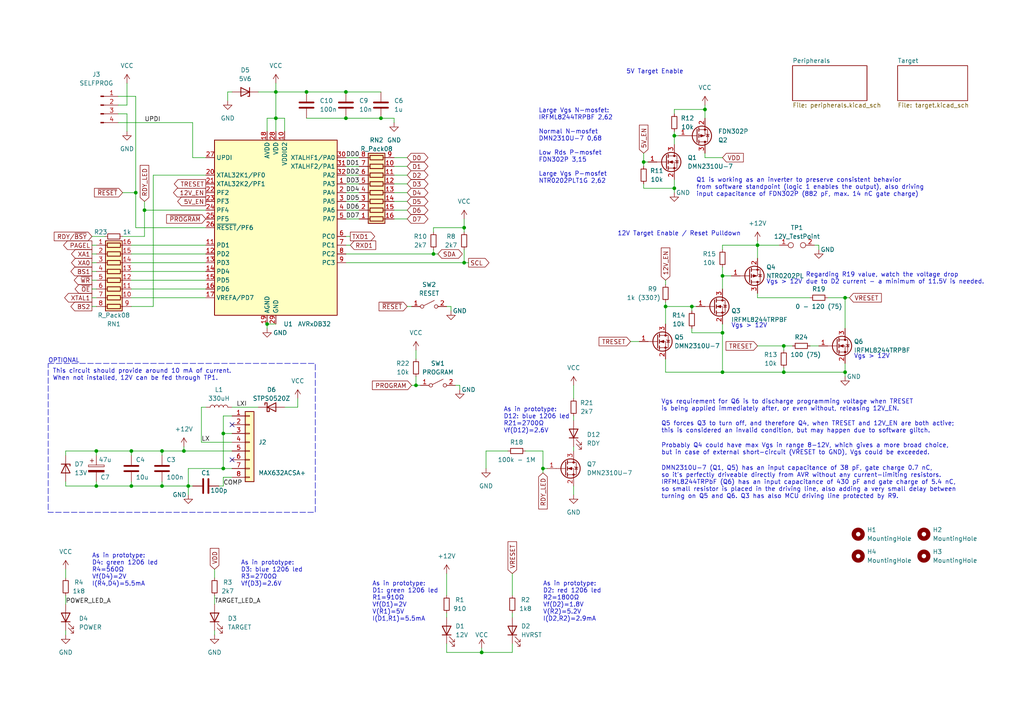
<source format=kicad_sch>
(kicad_sch (version 20230121) (generator eeschema)
  (paper "A4")
  (lib_symbols
    (symbol "Connector:Conn_01x04_Pin" (pin_names (offset 1.016) hide)
      (property "Reference" "J" (at 0 5.08 0))
      (property "Value" "Conn_01x04_Pin" (at 0 -7.62 0))
      (symbol "Conn_01x04_Pin_1_1"
        (pin passive line (at 5.08 2.54 180) (length 3.81) (name "Pin_1") (number "1"))
        (pin passive line (at 5.08 0 180) (length 3.81) (name "Pin_2") (number "2"))
        (pin passive line (at 5.08 -2.54 180) (length 3.81) (name "Pin_3") (number "3"))
        (pin passive line (at 5.08 -5.08 180) (length 3.81) (name "Pin_4") (number "4"))
      )
    )
    (symbol "Connector:TestPoint_2Pole" (pin_names (offset 0.762) hide)
      (property "Reference" "TP" (at 0 1.524 0))
      (property "Value" "TestPoint_2Pole" (at 0 -1.778 0))
      (symbol "TestPoint_2Pole_0_1"
        (pin passive line (at -5.08 0 0) (length 2.54) (name "1") (number "1"))
        (pin passive line (at 5.08 0 180) (length 2.54) (name "2") (number "2"))
      )
    )
    (symbol "Connector_Generic:Conn_01x08" (pin_names (offset 1.016) hide)
      (property "Reference" "J" (at 0 10.16 0))
      (property "Value" "Conn_01x08" (at 0 -12.7 0))
      (symbol "Conn_01x08_1_1"
        (pin passive line (at -5.08 7.62 0) (length 3.81) (name "Pin_1") (number "1"))
        (pin passive line (at -5.08 5.08 0) (length 3.81) (name "Pin_2") (number "2"))
        (pin passive line (at -5.08 2.54 0) (length 3.81) (name "Pin_3") (number "3"))
        (pin passive line (at -5.08 0 0) (length 3.81) (name "Pin_4") (number "4"))
        (pin passive line (at -5.08 -2.54 0) (length 3.81) (name "Pin_5") (number "5"))
        (pin passive line (at -5.08 -5.08 0) (length 3.81) (name "Pin_6") (number "6"))
        (pin passive line (at -5.08 -7.62 0) (length 3.81) (name "Pin_7") (number "7"))
        (pin passive line (at -5.08 -10.16 0) (length 3.81) (name "Pin_8") (number "8"))
      )
    )
    (symbol "Device:C" (pin_numbers hide) (pin_names (offset 0.254))
      (property "Reference" "C" (at 0.635 2.54 0))
      (property "Value" "C" (at 0.635 -2.54 0))
      (symbol "C_1_1"
        (pin passive line (at 0 3.81 270) (length 2.794) (name "~") (number "1"))
        (pin passive line (at 0 -3.81 90) (length 2.794) (name "~") (number "2"))
      )
    )
    (symbol "Device:C_Polarized" (pin_numbers hide) (pin_names (offset 0.254))
      (property "Reference" "C" (at 0.635 2.54 0))
      (property "Value" "C_Polarized" (at 0.635 -2.54 0))
      (symbol "C_Polarized_1_1"
        (pin passive line (at 0 3.81 270) (length 2.794) (name "~") (number "1"))
        (pin passive line (at 0 -3.81 90) (length 2.794) (name "~") (number "2"))
      )
    )
    (symbol "Device:D_Schottky" (pin_numbers hide) (pin_names (offset 1.016) hide)
      (property "Reference" "D" (at 0 2.54 0))
      (property "Value" "D_Schottky" (at 0 -2.54 0))
      (symbol "D_Schottky_1_1"
        (pin passive line (at -3.81 0 0) (length 2.54) (name "K") (number "1"))
        (pin passive line (at 3.81 0 180) (length 2.54) (name "A") (number "2"))
      )
    )
    (symbol "Device:D_Zener" (pin_numbers hide) (pin_names (offset 1.016) hide)
      (property "Reference" "D" (at 0 2.54 0))
      (property "Value" "D_Zener" (at 0 -2.54 0))
      (symbol "D_Zener_1_1"
        (pin passive line (at -3.81 0 0) (length 2.54) (name "K") (number "1"))
        (pin passive line (at 3.81 0 180) (length 2.54) (name "A") (number "2"))
      )
    )
    (symbol "Device:L" (pin_numbers hide) (pin_names (offset 1.016) hide)
      (property "Reference" "L" (at -1.27 0 90))
      (property "Value" "L" (at 1.905 0 90))
      (symbol "L_1_1"
        (pin passive line (at 0 3.81 270) (length 1.27) (name "1") (number "1"))
        (pin passive line (at 0 -3.81 90) (length 1.27) (name "2") (number "2"))
      )
    )
    (symbol "Device:LED" (pin_numbers hide) (pin_names (offset 1.016) hide)
      (property "Reference" "D" (at 0 2.54 0))
      (property "Value" "LED" (at 0 -2.54 0))
      (symbol "LED_1_1"
        (pin passive line (at -3.81 0 0) (length 2.54) (name "K") (number "1"))
        (pin passive line (at 3.81 0 180) (length 2.54) (name "A") (number "2"))
      )
    )
    (symbol "Device:Q_PMOS_GSD" (pin_names (offset 0) hide)
      (property "Reference" "Q" (at 5.08 1.27 0))
      (property "Value" "Q_PMOS_GSD" (at 5.08 -1.27 0))
      (symbol "Q_PMOS_GSD_1_1"
        (pin input line (at -5.08 0 0) (length 2.54) (name "G") (number "1"))
        (pin passive line (at 2.54 -5.08 90) (length 2.54) (name "S") (number "2"))
        (pin passive line (at 2.54 5.08 270) (length 2.54) (name "D") (number "3"))
      )
    )
    (symbol "Device:R_Pack08" (pin_names (offset 0) hide)
      (property "Reference" "RN" (at -12.7 0 90))
      (property "Value" "R_Pack08" (at 10.16 0 90))
      (symbol "R_Pack08_1_1"
        (pin passive line (at -10.16 -5.08 90) (length 2.54) (name "R1.1") (number "1"))
        (pin passive line (at 5.08 5.08 270) (length 2.54) (name "R7.2") (number "10"))
        (pin passive line (at 2.54 5.08 270) (length 2.54) (name "R6.2") (number "11"))
        (pin passive line (at 0 5.08 270) (length 2.54) (name "R5.2") (number "12"))
        (pin passive line (at -2.54 5.08 270) (length 2.54) (name "R4.2") (number "13"))
        (pin passive line (at -5.08 5.08 270) (length 2.54) (name "R3.2") (number "14"))
        (pin passive line (at -7.62 5.08 270) (length 2.54) (name "R2.2") (number "15"))
        (pin passive line (at -10.16 5.08 270) (length 2.54) (name "R1.2") (number "16"))
        (pin passive line (at -7.62 -5.08 90) (length 2.54) (name "R2.1") (number "2"))
        (pin passive line (at -5.08 -5.08 90) (length 2.54) (name "R3.1") (number "3"))
        (pin passive line (at -2.54 -5.08 90) (length 2.54) (name "R4.1") (number "4"))
        (pin passive line (at 0 -5.08 90) (length 2.54) (name "R5.1") (number "5"))
        (pin passive line (at 2.54 -5.08 90) (length 2.54) (name "R6.1") (number "6"))
        (pin passive line (at 5.08 -5.08 90) (length 2.54) (name "R7.1") (number "7"))
        (pin passive line (at 7.62 -5.08 90) (length 2.54) (name "R8.1") (number "8"))
        (pin passive line (at 7.62 5.08 270) (length 2.54) (name "R8.2") (number "9"))
      )
    )
    (symbol "Device:R_Small" (pin_numbers hide) (pin_names (offset 0.254) hide)
      (property "Reference" "R" (at 0.762 0.508 0))
      (property "Value" "R_Small" (at 0.762 -1.016 0))
      (symbol "R_Small_1_1"
        (pin passive line (at 0 2.54 270) (length 0.762) (name "~") (number "1"))
        (pin passive line (at 0 -2.54 90) (length 0.762) (name "~") (number "2"))
      )
    )
    (symbol "MCU_Microchip_AVR_Dx:AVR128DB32x-xPT"
      (property "Reference" "U" (at -17.78 26.67 0))
      (property "Value" "AVR128DB32x-xPT" (at 2.54 -26.67 0))
      (symbol "AVR128DB32x-xPT_1_1"
        (pin bidirectional line (at 20.32 12.7 180) (length 2.54) (name "PA3") (number "1"))
        (pin power_in line (at 2.54 27.94 270) (length 2.54) (name "VDDIO2") (number "10"))
        (pin bidirectional line (at -20.32 -5.08 0) (length 2.54) (name "PD1") (number "11"))
        (pin bidirectional line (at -20.32 -7.62 0) (length 2.54) (name "PD2") (number "12"))
        (pin bidirectional line (at -20.32 -10.16 0) (length 2.54) (name "PD3") (number "13"))
        (pin bidirectional line (at -20.32 -12.7 0) (length 2.54) (name "PD4") (number "14"))
        (pin bidirectional line (at -20.32 -15.24 0) (length 2.54) (name "PD5") (number "15"))
        (pin bidirectional line (at -20.32 -17.78 0) (length 2.54) (name "PD6") (number "16"))
        (pin bidirectional line (at -20.32 -20.32 0) (length 2.54) (name "VREFA/PD7") (number "17"))
        (pin power_in line (at -2.54 27.94 270) (length 2.54) (name "AVDD") (number "18"))
        (pin power_in line (at -2.54 -27.94 90) (length 2.54) (name "AGND") (number "19"))
        (pin bidirectional line (at 20.32 10.16 180) (length 2.54) (name "PA4") (number "2"))
        (pin bidirectional line (at -20.32 15.24 0) (length 2.54) (name "XTAL32K1/PF0") (number "20"))
        (pin bidirectional line (at -20.32 12.7 0) (length 2.54) (name "XTAL32K2/PF1") (number "21"))
        (pin bidirectional line (at -20.32 10.16 0) (length 2.54) (name "PF2") (number "22"))
        (pin bidirectional line (at -20.32 7.62 0) (length 2.54) (name "PF3") (number "23"))
        (pin bidirectional line (at -20.32 5.08 0) (length 2.54) (name "PF4") (number "24"))
        (pin bidirectional line (at -20.32 2.54 0) (length 2.54) (name "PF5") (number "25"))
        (pin bidirectional line (at -20.32 0 0) (length 2.54) (name "~{RESET}/PF6") (number "26"))
        (pin input line (at -20.32 20.32 0) (length 2.54) (name "UPDI") (number "27"))
        (pin power_in line (at 0 27.94 270) (length 2.54) (name "VDD") (number "28"))
        (pin power_in line (at 0 -27.94 90) (length 2.54) (name "GND") (number "29"))
        (pin bidirectional line (at 20.32 7.62 180) (length 2.54) (name "PA5") (number "3"))
        (pin bidirectional line (at 20.32 20.32 180) (length 2.54) (name "XTALHF1/PA0") (number "30"))
        (pin bidirectional line (at 20.32 17.78 180) (length 2.54) (name "XTALHF2/PA1") (number "31"))
        (pin bidirectional line (at 20.32 15.24 180) (length 2.54) (name "PA2") (number "32"))
        (pin bidirectional line (at 20.32 5.08 180) (length 2.54) (name "PA6") (number "4"))
        (pin bidirectional line (at 20.32 2.54 180) (length 2.54) (name "PA7") (number "5"))
        (pin bidirectional line (at 20.32 -2.54 180) (length 2.54) (name "PC0") (number "6"))
        (pin bidirectional line (at 20.32 -5.08 180) (length 2.54) (name "PC1") (number "7"))
        (pin bidirectional line (at 20.32 -7.62 180) (length 2.54) (name "PC2") (number "8"))
        (pin bidirectional line (at 20.32 -10.16 180) (length 2.54) (name "PC3") (number "9"))
      )
    )
    (symbol "Mechanical:MountingHole" (pin_names (offset 1.016))
      (property "Reference" "H" (at 0 5.08 0))
      (property "Value" "MountingHole" (at 0 3.175 0))
    )
    (symbol "Switch:SW_SPST" (pin_names (offset 0) hide)
      (property "Reference" "SW" (at 0 3.175 0))
      (property "Value" "SW_SPST" (at 0 -2.54 0))
      (symbol "SW_SPST_1_1"
        (pin passive line (at -5.08 0 0) (length 2.54) (name "A") (number "1"))
        (pin passive line (at 5.08 0 180) (length 2.54) (name "B") (number "2"))
      )
    )
    (symbol "Transistor_FET:2N7002" (pin_names hide)
      (property "Reference" "Q" (at 5.08 1.905 0))
      (property "Value" "2N7002" (at 5.08 0 0))
      (symbol "2N7002_1_1"
        (pin input line (at -5.08 0 0) (length 2.54) (name "G") (number "1"))
        (pin passive line (at 2.54 -5.08 90) (length 2.54) (name "S") (number "2"))
        (pin passive line (at 2.54 5.08 270) (length 2.54) (name "D") (number "3"))
      )
    )
    (symbol "power:+12V" (power) (pin_names (offset 0))
      (property "Value" "+12V" (at 0 3.556 0))
      (symbol "+12V_1_1"
        (pin power_in line (at 0 0 90) (length 0) hide (name "+12V") (number "1"))
      )
    )
    (symbol "power:GND" (power) (pin_names (offset 0))
      (property "Value" "GND" (at 0 -3.81 0))
      (symbol "GND_1_1"
        (pin power_in line (at 0 0 270) (length 0) hide (name "GND") (number "1"))
      )
    )
    (symbol "power:VCC" (power) (pin_names (offset 0))
      (property "Value" "VCC" (at 0 3.81 0))
      (symbol "VCC_1_1"
        (pin power_in line (at 0 0 90) (length 0) hide (name "VCC") (number "1"))
      )
    )
  )
  (junction (at 219.71 71.12))
  (junction (at 139.7 189.23))
  (junction (at 245.11 107.95))
  (junction (at 204.47 31.75))
  (junction (at 53.34 130.81))
  (junction (at 193.04 88.9))
  (junction (at 27.94 140.97))
  (junction (at 88.9 26.67))
  (junction (at 80.01 34.29))
  (junction (at 200.66 88.9))
  (junction (at 64.77 125.73))
  (junction (at 54.61 140.97))
  (junction (at 38.1 130.81))
  (junction (at 100.33 34.29))
  (junction (at 209.55 96.52))
  (junction (at 186.69 46.99))
  (junction (at 46.99 140.97))
  (junction (at 125.73 73.66))
  (junction (at 157.48 135.89))
  (junction (at 134.62 76.2))
  (junction (at 46.99 130.81))
  (junction (at 77.47 93.98))
  (junction (at 245.11 86.36))
  (junction (at 39.37 55.88))
  (junction (at 195.58 54.61))
  (junction (at 227.33 100.33))
  (junction (at 195.58 39.37))
  (junction (at 100.33 26.67))
  (junction (at 27.94 130.81))
  (junction (at 38.1 140.97))
  (junction (at 227.33 107.95))
  (junction (at 134.62 66.04))
  (junction (at 41.91 60.96))
  (junction (at 64.77 135.89))
  (junction (at 209.55 107.95))
  (junction (at 80.01 26.67))
  (junction (at 209.55 80.01))
  (junction (at 120.65 111.76))
  (junction (at 110.49 34.29))
  (no_connect (at 67.31 123.19))
  (no_connect (at 67.31 133.35))
  (wire (pts (xy 182.88 99.06) (xy 185.42 99.06)))
  (wire (pts (xy 100.33 58.42) (xy 104.14 58.42)))
  (wire (pts (xy 55.88 35.56) (xy 55.88 45.72)))
  (wire (pts (xy 237.49 71.12) (xy 237.49 72.39)))
  (wire (pts (xy 46.99 140.97) (xy 54.61 140.97)))
  (wire (pts (xy 209.55 107.95) (xy 227.33 107.95)))
  (wire (pts (xy 100.33 53.34) (xy 104.14 53.34)))
  (wire (pts (xy 38.1 73.66) (xy 59.69 73.66)))
  (wire (pts (xy 227.33 100.33) (xy 229.87 100.33)))
  (wire (pts (xy 129.54 88.9) (xy 130.81 88.9)))
  (wire (pts (xy 219.71 86.36) (xy 234.95 86.36)))
  (wire (pts (xy 195.58 55.88) (xy 195.58 54.61)))
  (wire (pts (xy 64.77 125.73) (xy 64.77 135.89)))
  (wire (pts (xy 27.94 130.81) (xy 27.94 132.08)))
  (wire (pts (xy 204.47 31.75) (xy 204.47 34.29)))
  (wire (pts (xy 193.04 93.98) (xy 193.04 88.9)))
  (wire (pts (xy 80.01 34.29) (xy 80.01 38.1)))
  (wire (pts (xy 46.99 130.81) (xy 46.99 132.08)))
  (wire (pts (xy 35.56 68.58) (xy 41.91 68.58)))
  (wire (pts (xy 219.71 69.85) (xy 219.71 71.12)))
  (wire (pts (xy 82.55 34.29) (xy 82.55 38.1)))
  (wire (pts (xy 152.4 130.81) (xy 157.48 130.81)))
  (wire (pts (xy 86.36 118.11) (xy 86.36 115.57)))
  (wire (pts (xy 140.97 135.89) (xy 140.97 130.81)))
  (wire (pts (xy 200.66 90.17) (xy 200.66 88.9)))
  (wire (pts (xy 100.33 55.88) (xy 104.14 55.88)))
  (wire (pts (xy 77.47 34.29) (xy 80.01 34.29)))
  (wire (pts (xy 26.67 68.58) (xy 30.48 68.58)))
  (wire (pts (xy 195.58 38.1) (xy 195.58 39.37)))
  (wire (pts (xy 166.37 111.76) (xy 166.37 115.57)))
  (wire (pts (xy 134.62 72.39) (xy 134.62 76.2)))
  (wire (pts (xy 120.65 109.22) (xy 120.65 111.76)))
  (wire (pts (xy 44.45 88.9) (xy 38.1 88.9)))
  (wire (pts (xy 39.37 55.88) (xy 39.37 66.04)))
  (wire (pts (xy 54.61 140.97) (xy 54.61 143.51)))
  (wire (pts (xy 114.3 48.26) (xy 118.11 48.26)))
  (wire (pts (xy 19.05 140.97) (xy 27.94 140.97)))
  (wire (pts (xy 100.33 34.29) (xy 110.49 34.29)))
  (wire (pts (xy 133.35 111.76) (xy 133.35 113.03)))
  (wire (pts (xy 66.04 26.67) (xy 67.31 26.67)))
  (wire (pts (xy 219.71 100.33) (xy 227.33 100.33)))
  (wire (pts (xy 77.47 93.98) (xy 77.47 95.25)))
  (wire (pts (xy 245.11 86.36) (xy 246.38 86.36)))
  (wire (pts (xy 186.69 46.99) (xy 187.96 46.99)))
  (wire (pts (xy 67.31 128.27) (xy 58.42 128.27)))
  (wire (pts (xy 38.1 140.97) (xy 46.99 140.97)))
  (wire (pts (xy 26.67 83.82) (xy 27.94 83.82)))
  (wire (pts (xy 186.69 44.45) (xy 186.69 46.99)))
  (wire (pts (xy 227.33 107.95) (xy 245.11 107.95)))
  (wire (pts (xy 129.54 177.8) (xy 129.54 179.07)))
  (wire (pts (xy 100.33 45.72) (xy 104.14 45.72)))
  (wire (pts (xy 134.62 63.5) (xy 134.62 66.04)))
  (wire (pts (xy 74.93 26.67) (xy 80.01 26.67)))
  (wire (pts (xy 125.73 73.66) (xy 127 73.66)))
  (wire (pts (xy 38.1 76.2) (xy 59.69 76.2)))
  (wire (pts (xy 80.01 24.13) (xy 80.01 26.67)))
  (wire (pts (xy 114.3 60.96) (xy 118.11 60.96)))
  (wire (pts (xy 134.62 76.2) (xy 135.89 76.2)))
  (wire (pts (xy 35.56 55.88) (xy 39.37 55.88)))
  (wire (pts (xy 19.05 165.1) (xy 19.05 167.64)))
  (wire (pts (xy 186.69 54.61) (xy 195.58 54.61)))
  (wire (pts (xy 129.54 186.69) (xy 129.54 189.23)))
  (wire (pts (xy 125.73 66.04) (xy 134.62 66.04)))
  (wire (pts (xy 110.49 34.29) (xy 114.3 34.29)))
  (wire (pts (xy 19.05 130.81) (xy 27.94 130.81)))
  (wire (pts (xy 129.54 166.37) (xy 129.54 172.72)))
  (wire (pts (xy 227.33 106.68) (xy 227.33 107.95)))
  (wire (pts (xy 55.88 45.72) (xy 59.69 45.72)))
  (wire (pts (xy 64.77 135.89) (xy 67.31 135.89)))
  (wire (pts (xy 39.37 27.94) (xy 39.37 55.88)))
  (wire (pts (xy 34.29 35.56) (xy 55.88 35.56)))
  (wire (pts (xy 77.47 93.98) (xy 80.01 93.98)))
  (wire (pts (xy 67.31 120.65) (xy 64.77 120.65)))
  (wire (pts (xy 88.9 34.29) (xy 100.33 34.29)))
  (wire (pts (xy 19.05 182.88) (xy 19.05 184.15)))
  (wire (pts (xy 36.83 24.13) (xy 36.83 30.48)))
  (wire (pts (xy 62.23 165.1) (xy 62.23 167.64)))
  (wire (pts (xy 27.94 130.81) (xy 38.1 130.81)))
  (wire (pts (xy 209.55 72.39) (xy 209.55 71.12)))
  (wire (pts (xy 114.3 50.8) (xy 118.11 50.8)))
  (wire (pts (xy 36.83 33.02) (xy 36.83 38.1)))
  (wire (pts (xy 38.1 139.7) (xy 38.1 140.97)))
  (wire (pts (xy 41.91 68.58) (xy 41.91 60.96)))
  (wire (pts (xy 34.29 27.94) (xy 39.37 27.94)))
  (wire (pts (xy 209.55 80.01) (xy 212.09 80.01)))
  (wire (pts (xy 62.23 172.72) (xy 62.23 175.26)))
  (wire (pts (xy 100.33 63.5) (xy 104.14 63.5)))
  (wire (pts (xy 34.29 30.48) (xy 36.83 30.48)))
  (wire (pts (xy 67.31 118.11) (xy 74.93 118.11)))
  (wire (pts (xy 195.58 52.07) (xy 195.58 54.61)))
  (wire (pts (xy 118.11 88.9) (xy 119.38 88.9)))
  (wire (pts (xy 19.05 172.72) (xy 19.05 175.26)))
  (wire (pts (xy 19.05 139.7) (xy 19.05 140.97)))
  (wire (pts (xy 44.45 50.8) (xy 59.69 50.8)))
  (wire (pts (xy 139.7 189.23) (xy 139.7 187.96)))
  (wire (pts (xy 64.77 138.43) (xy 64.77 140.97)))
  (wire (pts (xy 26.67 78.74) (xy 27.94 78.74)))
  (wire (pts (xy 148.59 166.37) (xy 148.59 172.72)))
  (wire (pts (xy 134.62 66.04) (xy 134.62 67.31)))
  (wire (pts (xy 157.48 137.16) (xy 157.48 135.89)))
  (wire (pts (xy 209.55 96.52) (xy 209.55 107.95)))
  (wire (pts (xy 38.1 78.74) (xy 59.69 78.74)))
  (wire (pts (xy 193.04 81.28) (xy 193.04 82.55)))
  (wire (pts (xy 193.04 107.95) (xy 209.55 107.95)))
  (wire (pts (xy 66.04 29.21) (xy 66.04 26.67)))
  (wire (pts (xy 195.58 31.75) (xy 204.47 31.75)))
  (wire (pts (xy 38.1 71.12) (xy 59.69 71.12)))
  (wire (pts (xy 234.95 100.33) (xy 237.49 100.33)))
  (wire (pts (xy 26.67 88.9) (xy 27.94 88.9)))
  (wire (pts (xy 53.34 129.54) (xy 53.34 130.81)))
  (wire (pts (xy 54.61 135.89) (xy 54.61 140.97)))
  (wire (pts (xy 245.11 95.25) (xy 245.11 86.36)))
  (wire (pts (xy 100.33 71.12) (xy 101.6 71.12)))
  (wire (pts (xy 200.66 95.25) (xy 200.66 96.52)))
  (wire (pts (xy 166.37 129.54) (xy 166.37 130.81)))
  (wire (pts (xy 245.11 109.22) (xy 245.11 107.95)))
  (wire (pts (xy 140.97 130.81) (xy 147.32 130.81)))
  (wire (pts (xy 41.91 58.42) (xy 41.91 60.96)))
  (wire (pts (xy 67.31 130.81) (xy 53.34 130.81)))
  (wire (pts (xy 204.47 30.48) (xy 204.47 31.75)))
  (wire (pts (xy 100.33 50.8) (xy 104.14 50.8)))
  (wire (pts (xy 64.77 125.73) (xy 67.31 125.73)))
  (wire (pts (xy 64.77 138.43) (xy 67.31 138.43)))
  (wire (pts (xy 227.33 101.6) (xy 227.33 100.33)))
  (wire (pts (xy 204.47 44.45) (xy 204.47 45.72)))
  (wire (pts (xy 26.67 86.36) (xy 27.94 86.36)))
  (wire (pts (xy 193.04 88.9) (xy 200.66 88.9)))
  (wire (pts (xy 125.73 67.31) (xy 125.73 66.04)))
  (wire (pts (xy 114.3 53.34) (xy 118.11 53.34)))
  (wire (pts (xy 26.67 81.28) (xy 27.94 81.28)))
  (wire (pts (xy 58.42 118.11) (xy 58.42 128.27)))
  (wire (pts (xy 166.37 140.97) (xy 166.37 143.51)))
  (wire (pts (xy 114.3 58.42) (xy 118.11 58.42)))
  (wire (pts (xy 38.1 130.81) (xy 46.99 130.81)))
  (wire (pts (xy 195.58 39.37) (xy 196.85 39.37)))
  (wire (pts (xy 26.67 76.2) (xy 27.94 76.2)))
  (wire (pts (xy 193.04 87.63) (xy 193.04 88.9)))
  (wire (pts (xy 100.33 26.67) (xy 110.49 26.67)))
  (wire (pts (xy 200.66 96.52) (xy 209.55 96.52)))
  (wire (pts (xy 100.33 68.58) (xy 101.6 68.58)))
  (wire (pts (xy 26.67 73.66) (xy 27.94 73.66)))
  (wire (pts (xy 125.73 72.39) (xy 125.73 73.66)))
  (wire (pts (xy 26.67 71.12) (xy 27.94 71.12)))
  (wire (pts (xy 120.65 101.6) (xy 120.65 104.14)))
  (wire (pts (xy 80.01 34.29) (xy 82.55 34.29)))
  (wire (pts (xy 100.33 48.26) (xy 104.14 48.26)))
  (wire (pts (xy 186.69 48.26) (xy 186.69 46.99)))
  (wire (pts (xy 38.1 81.28) (xy 59.69 81.28)))
  (wire (pts (xy 114.3 45.72) (xy 118.11 45.72)))
  (wire (pts (xy 62.23 182.88) (xy 62.23 184.15)))
  (wire (pts (xy 245.11 105.41) (xy 245.11 107.95)))
  (wire (pts (xy 119.38 111.76) (xy 120.65 111.76)))
  (wire (pts (xy 64.77 120.65) (xy 64.77 125.73)))
  (wire (pts (xy 209.55 71.12) (xy 219.71 71.12)))
  (wire (pts (xy 195.58 33.02) (xy 195.58 31.75)))
  (wire (pts (xy 88.9 26.67) (xy 100.33 26.67)))
  (wire (pts (xy 236.22 71.12) (xy 237.49 71.12)))
  (wire (pts (xy 46.99 139.7) (xy 46.99 140.97)))
  (wire (pts (xy 19.05 132.08) (xy 19.05 130.81)))
  (wire (pts (xy 166.37 120.65) (xy 166.37 121.92)))
  (wire (pts (xy 46.99 130.81) (xy 53.34 130.81)))
  (wire (pts (xy 120.65 111.76) (xy 121.92 111.76)))
  (wire (pts (xy 54.61 135.89) (xy 64.77 135.89)))
  (wire (pts (xy 80.01 26.67) (xy 80.01 34.29)))
  (wire (pts (xy 209.55 80.01) (xy 209.55 83.82)))
  (wire (pts (xy 100.33 60.96) (xy 104.14 60.96)))
  (wire (pts (xy 219.71 85.09) (xy 219.71 86.36)))
  (wire (pts (xy 195.58 39.37) (xy 195.58 41.91)))
  (wire (pts (xy 193.04 104.14) (xy 193.04 107.95)))
  (wire (pts (xy 38.1 83.82) (xy 59.69 83.82)))
  (wire (pts (xy 114.3 35.56) (xy 114.3 34.29)))
  (wire (pts (xy 41.91 60.96) (xy 59.69 60.96)))
  (wire (pts (xy 219.71 71.12) (xy 219.71 74.93)))
  (wire (pts (xy 157.48 130.81) (xy 157.48 135.89)))
  (wire (pts (xy 186.69 53.34) (xy 186.69 54.61)))
  (wire (pts (xy 148.59 186.69) (xy 148.59 189.23)))
  (wire (pts (xy 34.29 33.02) (xy 36.83 33.02)))
  (wire (pts (xy 39.37 66.04) (xy 59.69 66.04)))
  (wire (pts (xy 240.03 86.36) (xy 245.11 86.36)))
  (wire (pts (xy 219.71 71.12) (xy 226.06 71.12)))
  (wire (pts (xy 82.55 118.11) (xy 86.36 118.11)))
  (wire (pts (xy 38.1 132.08) (xy 38.1 130.81)))
  (wire (pts (xy 209.55 93.98) (xy 209.55 96.52)))
  (wire (pts (xy 80.01 26.67) (xy 88.9 26.67)))
  (wire (pts (xy 27.94 140.97) (xy 38.1 140.97)))
  (wire (pts (xy 200.66 88.9) (xy 201.93 88.9)))
  (wire (pts (xy 44.45 50.8) (xy 44.45 88.9)))
  (wire (pts (xy 100.33 73.66) (xy 125.73 73.66)))
  (wire (pts (xy 38.1 86.36) (xy 59.69 86.36)))
  (wire (pts (xy 114.3 63.5) (xy 118.11 63.5)))
  (wire (pts (xy 129.54 189.23) (xy 139.7 189.23)))
  (wire (pts (xy 209.55 77.47) (xy 209.55 80.01)))
  (wire (pts (xy 148.59 177.8) (xy 148.59 179.07)))
  (wire (pts (xy 132.08 111.76) (xy 133.35 111.76)))
  (wire (pts (xy 139.7 189.23) (xy 148.59 189.23)))
  (wire (pts (xy 58.42 118.11) (xy 59.69 118.11)))
  (wire (pts (xy 130.81 88.9) (xy 130.81 90.17)))
  (wire (pts (xy 54.61 140.97) (xy 55.88 140.97)))
  (wire (pts (xy 27.94 139.7) (xy 27.94 140.97)))
  (wire (pts (xy 157.48 135.89) (xy 158.75 135.89)))
  (wire (pts (xy 100.33 76.2) (xy 134.62 76.2)))
  (wire (pts (xy 204.47 45.72) (xy 209.55 45.72)))
  (wire (pts (xy 114.3 55.88) (xy 118.11 55.88)))
  (wire (pts (xy 77.47 34.29) (xy 77.47 38.1)))
  (wire (pts (xy 63.5 140.97) (xy 64.77 140.97)))
  (rectangle (start 13.97 105.41) (end 91.44 148.59) (stroke (width 0) (type dash)))
  (text "This circuit should provide around 10 mA of current. \nWhen not installed, 12V can be fed through TP1." (at 15.24 110.49 0) (effects (font (size 1.27 1.27)) (justify left bottom)))
  (text "OPTIONAL" (at 13.97 105.41 0) (effects (font (size 1.27 1.27)) (justify left bottom)))
  (text "5V Target Enable" (at 181.61 21.59 0) (effects (font (size 1.27 1.27)) (justify left bottom)))
  (text "Probably Q4 could have max Vgs in range 8-12V, which gives a more broad choice,\nbut in case of external short-circuit (VRESET to GND), Vgs could be exceeded." (at 191.77 132.08 0) (effects (font (size 1.27 1.27)) (justify left bottom)))
  (text "Large Vgs N-mosfet:\nIRFML8244TRPBF 2,62\n\nNormal N-mosfet\nDMN2310U-7 0,68\n\nLow Rds P-mosfet\nFDN302P 3,15\n\nLarge Vgs P-mosfet\nNTR0202PLT1G 2,62" (at 156.21 53.34 0) (effects (font (size 1.27 1.27)) (justify left bottom)))
  (text "Vgs > 12V" (at 222.25 82.55 0) (effects (font (size 1.27 1.27)) (justify left bottom)))
  (text "Regarding R19 value, watch the voltage drop\ndue to D2 current - a minimum of 11.5V is needed." (at 233.68 82.55 0) (effects (font (size 1.27 1.27)) (justify left bottom)))
  (text "As in prototype:\nD4: green 1206 led\nR4=560Ω\nVf(D4)=2V\nI(R4,D4)=5.5mA" (at 26.67 170.18 0) (effects (font (size 1.27 1.27)) (justify left bottom)))
  (text "As in prototype:\nD2: red 1206 led\nR2=1800Ω\nVf(D2)=1.8V\nV(R2)=5.2V\nI(D2,R2)=2.9mA" (at 157.48 180.34 0) (effects (font (size 1.27 1.27)) (justify left bottom)))
  (text "DMN2310U-7 (Q1, Q5) has an input capacitance of 38 pF, gate charge 0.7 nC, \nso it's perfectly driveable directly from AVR without any current-limiting resistors.\nIRFML8244TRPbF (Q6) has an input capacitance of 430 pF and gate charge of 5.4 nC, \nso small resistor is placed in the driving line, also adding a very small delay between\nturning on Q5 and Q6. Q3 has also MCU driving line protected by R9." (at 191.77 144.78 0) (effects (font (size 1.27 1.27)) (justify left bottom)))
  (text "Vgs > 12V" (at 212.09 95.25 0) (effects (font (size 1.27 1.27)) (justify left bottom)))
  (text "12V Target Enable / Reset Pulldown" (at 179.07 68.58 0) (effects (font (size 1.27 1.27)) (justify left bottom)))
  (text "Q5 forces Q3 to turn off, and therefore Q4, when TRESET and 12V_EN are both active;\nthis is considered an invalid condition, but may happen due to software glitch." (at 191.77 125.73 0) (effects (font (size 1.27 1.27)) (justify left bottom)))
  (text "Q1 is working as an inverter to preserve consistent behavior \nfrom software standpoint (logic 1 enables the output), also driving \ninput capacitance of FDN302P (882 pF, max. 14 nC gate charge)" (at 201.93 57.15 0) (effects (font (size 1.27 1.27)) (justify left bottom)))
  (text "As in prototype:\nD1: green 1206 led\nR1=910Ω\nVf(D1)=2V\nV(R1)=5V\nI(D1,R1)=5.5mA" (at 107.95 180.34 0) (effects (font (size 1.27 1.27)) (justify left bottom)))
  (text "Vgs > 12V" (at 247.65 104.14 0) (effects (font (size 1.27 1.27)) (justify left bottom)))
  (text "Vgs requirement for Q6 is to discharge programming voltage when TRESET \nis being applied immediately after, or even without, releasing 12V_EN." (at 191.77 119.38 0) (effects (font (size 1.27 1.27)) (justify left bottom)))
  (text "As in prototype:\nD12: blue 1206 led\nR21=2700Ω\nVf(D12)=2.6V" (at 146.05 125.73 0) (effects (font (size 1.27 1.27)) (justify left bottom)))
  (text "As in prototype:\nD3: blue 1206 led\nR3=2700Ω\nVf(D3)=2.6V" (at 69.85 170.18 0) (effects (font (size 1.27 1.27)) (justify left bottom)))
  (label "DD1" (at 100.33 48.26 0))
  (label "DD0" (at 100.33 45.72 0))
  (label "LX" (at 58.42 128.27 0))
  (label "DD2" (at 100.33 50.8 0))
  (label "COMP" (at 64.77 140.97 0))
  (label "DD3" (at 100.33 53.34 0))
  (label "DD5" (at 100.33 58.42 0))
  (label "DD4" (at 100.33 55.88 0))
  (label "POWER_LED_A" (at 19.05 175.26 0))
  (label "LXI" (at 68.58 118.11 0))
  (label "DD6" (at 100.33 60.96 0))
  (label "UPDI" (at 41.91 35.56 0))
  (label "TARGET_LED_A" (at 62.23 175.26 0))
  (label "DD7" (at 100.33 63.5 0))
  (global_label "VRESET" (shape input) (at 148.59 166.37 90) (property "Intersheetrefs" "${INTERSHEET_REFS}" (effects hide)))
  (global_label "D7" (shape bidirectional) (at 118.11 63.5 0) (property "Intersheetrefs" "${INTERSHEET_REFS}" (effects hide)))
  (global_label "BS1" (shape output) (at 26.67 78.74 180) (property "Intersheetrefs" "${INTERSHEET_REFS}" (effects hide)))
  (global_label "TXD1" (shape output) (at 101.6 68.58 0) (property "Intersheetrefs" "${INTERSHEET_REFS}" (effects hide)))
  (global_label "TRESET" (shape input) (at 219.71 100.33 180) (property "Intersheetrefs" "${INTERSHEET_REFS}" (effects hide)))
  (global_label "D6" (shape bidirectional) (at 118.11 60.96 0) (property "Intersheetrefs" "${INTERSHEET_REFS}" (effects hide)))
  (global_label "5V_EN" (shape output) (at 59.69 58.42 180) (property "Intersheetrefs" "${INTERSHEET_REFS}" (effects hide)))
  (global_label "RDY{slash}~{BSY}" (shape input) (at 26.67 68.58 180) (property "Intersheetrefs" "${INTERSHEET_REFS}" (effects hide)))
  (global_label "RDY_LED" (shape input) (at 41.91 58.42 90) (property "Intersheetrefs" "${INTERSHEET_REFS}" (effects hide)))
  (global_label "SDA" (shape bidirectional) (at 127 73.66 0) (property "Intersheetrefs" "${INTERSHEET_REFS}" (effects hide)))
  (global_label "D5" (shape bidirectional) (at 118.11 58.42 0) (property "Intersheetrefs" "${INTERSHEET_REFS}" (effects hide)))
  (global_label "SCL" (shape output) (at 135.89 76.2 0) (property "Intersheetrefs" "${INTERSHEET_REFS}" (effects hide)))
  (global_label "XA0" (shape output) (at 26.67 76.2 180) (property "Intersheetrefs" "${INTERSHEET_REFS}" (effects hide)))
  (global_label "PAGEL" (shape output) (at 26.67 71.12 180) (property "Intersheetrefs" "${INTERSHEET_REFS}" (effects hide)))
  (global_label "D4" (shape bidirectional) (at 118.11 55.88 0) (property "Intersheetrefs" "${INTERSHEET_REFS}" (effects hide)))
  (global_label "D1" (shape bidirectional) (at 118.11 48.26 0) (property "Intersheetrefs" "${INTERSHEET_REFS}" (effects hide)))
  (global_label "D0" (shape bidirectional) (at 118.11 45.72 0) (property "Intersheetrefs" "${INTERSHEET_REFS}" (effects hide)))
  (global_label "VRESET" (shape input) (at 246.38 86.36 0) (property "Intersheetrefs" "${INTERSHEET_REFS}" (effects hide)))
  (global_label "12V_EN" (shape output) (at 59.69 55.88 180) (property "Intersheetrefs" "${INTERSHEET_REFS}" (effects hide)))
  (global_label "RDY_LED" (shape input) (at 157.48 137.16 270) (property "Intersheetrefs" "${INTERSHEET_REFS}" (effects hide)))
  (global_label "~{OE}" (shape output) (at 26.67 83.82 180) (property "Intersheetrefs" "${INTERSHEET_REFS}" (effects hide)))
  (global_label "VDD" (shape input) (at 209.55 45.72 0) (property "Intersheetrefs" "${INTERSHEET_REFS}" (effects hide)))
  (global_label "PROGRAM" (shape input) (at 119.38 111.76 180) (property "Intersheetrefs" "${INTERSHEET_REFS}" (effects hide)))
  (global_label "TRESET" (shape input) (at 182.88 99.06 180) (property "Intersheetrefs" "${INTERSHEET_REFS}" (effects hide)))
  (global_label "~{WR}" (shape output) (at 26.67 81.28 180) (property "Intersheetrefs" "${INTERSHEET_REFS}" (effects hide)))
  (global_label "RXD1" (shape input) (at 101.6 71.12 0) (property "Intersheetrefs" "${INTERSHEET_REFS}" (effects hide)))
  (global_label "XTAL1" (shape output) (at 26.67 86.36 180) (property "Intersheetrefs" "${INTERSHEET_REFS}" (effects hide)))
  (global_label "XA1" (shape output) (at 26.67 73.66 180) (property "Intersheetrefs" "${INTERSHEET_REFS}" (effects hide)))
  (global_label "12V_EN" (shape input) (at 193.04 81.28 90) (property "Intersheetrefs" "${INTERSHEET_REFS}" (effects hide)))
  (global_label "~{RESET}" (shape input) (at 35.56 55.88 180) (property "Intersheetrefs" "${INTERSHEET_REFS}" (effects hide)))
  (global_label "VDD" (shape input) (at 62.23 165.1 90) (property "Intersheetrefs" "${INTERSHEET_REFS}" (effects hide)))
  (global_label "D2" (shape bidirectional) (at 118.11 50.8 0) (property "Intersheetrefs" "${INTERSHEET_REFS}" (effects hide)))
  (global_label "BS2" (shape output) (at 26.67 88.9 180) (property "Intersheetrefs" "${INTERSHEET_REFS}" (effects hide)))
  (global_label "D3" (shape bidirectional) (at 118.11 53.34 0) (property "Intersheetrefs" "${INTERSHEET_REFS}" (effects hide)))
  (global_label "5V_EN" (shape input) (at 186.69 44.45 90) (property "Intersheetrefs" "${INTERSHEET_REFS}" (effects hide)))
  (global_label "~{RESET}" (shape input) (at 118.11 88.9 180) (property "Intersheetrefs" "${INTERSHEET_REFS}" (effects hide)))
  (global_label "TRESET" (shape output) (at 59.69 53.34 180) (property "Intersheetrefs" "${INTERSHEET_REFS}" (effects hide)))
  (global_label "~{PROGRAM}" (shape input) (at 59.69 63.5 180) (property "Intersheetrefs" "${INTERSHEET_REFS}" (effects hide)))
  (symbol (lib_id "power:VCC") (at 139.7 187.96 0) (unit 1)
    (property "Reference" "#PWR024" (effects hide))
    (property "Value" "VCC" (at 139.7 184.15 0))
  )
  (symbol (lib_id "Mechanical:MountingHole") (at 267.97 161.29 0) (unit 1)
    (property "Reference" "H3" (at 270.51 160.02 0) (effects (justify left)))
    (property "Value" "MountingHole" (at 270.51 162.56 0) (effects (justify left)))
    (property "Footprint" "MountingHole:MountingHole_3.2mm_M3_DIN965_Pad" (effects hide))
  )
  (symbol (lib_id "MCU_Microchip_AVR_Dx:AVR128DB32x-xPT") (at 80.01 66.04 0) (unit 1)
    (property "Reference" "U1" (at 82.2041 93.98 0) (effects (justify left)))
    (property "Value" "AVRxDB32" (at 86.36 93.98 0) (effects (justify left)))
    (property "Footprint" "Package_QFP:TQFP-32_7x7mm_P0.8mm" (effects hide))
    (property "Datasheet" "https://ww1.microchip.com/downloads/en/DeviceDoc/AVR128DB28-32-48-64-DataSheet-DS40002247A.pdf" (effects hide))
  )
  (symbol (lib_id "Device:R_Small") (at 120.65 106.68 180) (unit 1)
    (property "Reference" "R22" (at 116.84 105.41 0))
    (property "Value" "10k" (at 116.84 107.95 0))
    (property "Footprint" "Resistor_SMD:R_1206_3216Metric_Pad1.30x1.75mm_HandSolder" (effects hide))
  )
  (symbol (lib_id "Device:R_Small") (at 134.62 69.85 180) (unit 1)
    (property "Reference" "R8" (at 130.81 68.58 0))
    (property "Value" "2k7" (at 130.81 71.12 0))
    (property "Footprint" "Resistor_SMD:R_1206_3216Metric_Pad1.30x1.75mm_HandSolder" (effects hide))
  )
  (symbol (lib_id "Device:Q_PMOS_GSD") (at 201.93 39.37 0) (mirror x) (unit 1)
    (property "Reference" "Q2" (at 208.28 40.64 0) (effects (justify left)))
    (property "Value" "FDN302P" (at 208.28 38.1 0) (effects (justify left)))
    (property "Footprint" "Package_TO_SOT_SMD:SOT-23_Handsoldering" (effects hide))
  )
  (symbol (lib_id "Device:LED") (at 166.37 125.73 90) (unit 1)
    (property "Reference" "D12" (at 170.18 126.0475 90) (effects (justify right)))
    (property "Value" "RDY" (at 170.18 128.5875 90) (effects (justify right)))
    (property "Footprint" "LED_SMD:LED_1206_3216Metric_Pad1.42x1.75mm_HandSolder" (effects hide))
  )
  (symbol (lib_id "Transistor_FET:2N7002") (at 163.83 135.89 0) (unit 1)
    (property "Reference" "Q7" (at 170.18 134.62 0) (effects (justify left)))
    (property "Value" "DMN2310U-7" (at 170.18 137.16 0) (effects (justify left)))
    (property "Footprint" "Package_TO_SOT_SMD:SOT-23_Handsoldering" (effects hide))
    (property "Datasheet" "https://www.onsemi.com/pub/Collateral/NDS7002A-D.PDF" (effects hide))
  )
  (symbol (lib_id "Connector:TestPoint_2Pole") (at 231.14 71.12 0) (unit 1)
    (property "Reference" "TP1" (at 231.14 66.04 0))
    (property "Value" "12V_TestPoint" (at 231.14 68.58 0))
    (property "Footprint" "TestPoint:TestPoint_2Pads_Pitch5.08mm_Drill1.3mm" (effects hide))
  )
  (symbol (lib_id "Transistor_FET:2N7002") (at 193.04 46.99 0) (unit 1)
    (property "Reference" "Q1" (at 199.39 45.72 0) (effects (justify left)))
    (property "Value" "DMN2310U-7" (at 199.39 48.26 0) (effects (justify left)))
    (property "Footprint" "Package_TO_SOT_SMD:SOT-23_Handsoldering" (effects hide))
    (property "Datasheet" "https://www.onsemi.com/pub/Collateral/NDS7002A-D.PDF" (effects hide))
  )
  (symbol (lib_id "Connector:Conn_01x04_Pin") (at 29.21 30.48 0) (unit 1)
    (property "Reference" "J3" (at 27.94 21.59 0))
    (property "Value" "SELFPROG" (at 27.94 24.13 0))
    (property "Footprint" "Connector_PinHeader_2.54mm:PinHeader_1x04_P2.54mm_Vertical" (effects hide))
  )
  (symbol (lib_id "Device:R_Small") (at 200.66 92.71 180) (unit 1)
    (property "Reference" "R14" (at 196.85 91.44 0))
    (property "Value" "10k" (at 196.85 93.98 0))
    (property "Footprint" "Resistor_SMD:R_1206_3216Metric_Pad1.30x1.75mm_HandSolder" (effects hide))
  )
  (symbol (lib_id "power:GND") (at 237.49 72.39 0) (unit 1)
    (property "Reference" "#PWR036" (effects hide))
    (property "Value" "GND" (at 240.03 72.39 0))
  )
  (symbol (lib_id "power:GND") (at 66.04 29.21 0) (unit 1)
    (property "Reference" "#PWR025" (effects hide))
    (property "Value" "GND" (at 66.04 34.29 0))
  )
  (symbol (lib_id "Device:R_Small") (at 129.54 175.26 180) (unit 1)
    (property "Reference" "R1" (at 133.35 173.99 0))
    (property "Value" "910" (at 133.35 176.53 0))
    (property "Footprint" "Resistor_SMD:R_1206_3216Metric_Pad1.30x1.75mm_HandSolder" (effects hide))
  )
  (symbol (lib_id "Device:LED") (at 62.23 179.07 90) (unit 1)
    (property "Reference" "D3" (at 66.04 179.3875 90) (effects (justify right)))
    (property "Value" "TARGET" (at 66.04 181.9275 90) (effects (justify right)))
    (property "Footprint" "LED_SMD:LED_1206_3216Metric_Pad1.42x1.75mm_HandSolder" (effects hide))
  )
  (symbol (lib_id "Device:LED") (at 148.59 182.88 90) (unit 1)
    (property "Reference" "D2" (at 151.13 181.61 90) (effects (justify right)))
    (property "Value" "HVRST" (at 151.13 184.15 90) (effects (justify right)))
    (property "Footprint" "LED_SMD:LED_1206_3216Metric_Pad1.42x1.75mm_HandSolder" (effects hide))
  )
  (symbol (lib_id "Device:LED") (at 129.54 182.88 90) (unit 1)
    (property "Reference" "D1" (at 132.08 181.61 90) (effects (justify right)))
    (property "Value" "12V" (at 132.08 184.15 90) (effects (justify right)))
    (property "Footprint" "LED_SMD:LED_1206_3216Metric_Pad1.42x1.75mm_HandSolder" (effects hide))
  )
  (symbol (lib_id "power:+12V") (at 53.34 129.54 0) (unit 1)
    (property "Reference" "#PWR011" (effects hide))
    (property "Value" "+12V" (at 53.34 124.46 0))
  )
  (symbol (lib_id "Device:R_Small") (at 19.05 170.18 180) (unit 1)
    (property "Reference" "R4" (at 22.86 168.91 0))
    (property "Value" "1k8" (at 22.86 171.45 0))
    (property "Footprint" "Resistor_SMD:R_1206_3216Metric_Pad1.30x1.75mm_HandSolder" (effects hide))
  )
  (symbol (lib_id "power:VCC") (at 204.47 30.48 0) (unit 1)
    (property "Reference" "#PWR031" (effects hide))
    (property "Value" "VCC" (at 204.47 25.4 0))
  )
  (symbol (lib_id "Transistor_FET:2N7002") (at 207.01 88.9 0) (unit 1)
    (property "Reference" "Q3" (at 212.09 90.17 0) (effects (justify left)))
    (property "Value" "IRFML8244TRPBF" (at 212.09 92.71 0) (effects (justify left)))
    (property "Footprint" "Package_TO_SOT_SMD:SOT-23_Handsoldering" (effects hide))
    (property "Datasheet" "https://www.onsemi.com/pub/Collateral/NDS7002A-D.PDF" (effects hide))
  )
  (symbol (lib_id "Device:C") (at 100.33 30.48 180) (unit 1)
    (property "Reference" "C9" (at 104.14 29.21 0) (effects (justify right)))
    (property "Value" "10n" (at 104.14 31.75 0) (effects (justify right)))
    (property "Footprint" "Capacitor_SMD:C_1206_3216Metric_Pad1.33x1.80mm_HandSolder" (effects hide))
  )
  (symbol (lib_id "Device:R_Small") (at 195.58 35.56 180) (unit 1)
    (property "Reference" "R12" (at 199.39 34.29 0))
    (property "Value" "10k" (at 199.39 36.83 0))
    (property "Footprint" "Resistor_SMD:R_1206_3216Metric_Pad1.30x1.75mm_HandSolder" (effects hide))
  )
  (symbol (lib_id "Device:R_Small") (at 209.55 74.93 180) (unit 1)
    (property "Reference" "R15" (at 205.74 73.66 0))
    (property "Value" "10k" (at 205.74 76.2 0))
    (property "Footprint" "Resistor_SMD:R_1206_3216Metric_Pad1.30x1.75mm_HandSolder" (effects hide))
  )
  (symbol (lib_id "Device:C") (at 38.1 135.89 0) (unit 1)
    (property "Reference" "C4" (at 39.37 133.35 0) (effects (justify left)))
    (property "Value" "10u" (at 39.37 138.43 0) (effects (justify left)))
    (property "Footprint" "Capacitor_SMD:C_1206_3216Metric_Pad1.33x1.80mm_HandSolder" (effects hide))
  )
  (symbol (lib_id "power:VCC") (at 86.36 115.57 0) (unit 1)
    (property "Reference" "#PWR013" (effects hide))
    (property "Value" "VCC" (at 86.36 110.49 0))
  )
  (symbol (lib_id "power:GND") (at 133.35 113.03 0) (unit 1)
    (property "Reference" "#PWR039" (effects hide))
    (property "Value" "GND" (at 135.89 113.03 0))
  )
  (symbol (lib_id "Device:L") (at 63.5 118.11 90) (unit 1)
    (property "Reference" "L1" (at 63.5 113.03 90))
    (property "Value" "330uH" (at 63.5 115.57 90))
    (property "Footprint" "Inductor_SMD:L_Wuerth_WE-PD-Typ-LS_Handsoldering" (effects hide))
    (property "Datasheet" "DR73-331-R" (effects hide))
  )
  (symbol (lib_id "Transistor_FET:2N7002") (at 242.57 100.33 0) (unit 1)
    (property "Reference" "Q6" (at 247.65 99.06 0) (effects (justify left)))
    (property "Value" "IRFML8244TRPBF " (at 247.65 101.6 0) (effects (justify left)))
    (property "Footprint" "Package_TO_SOT_SMD:SOT-23_Handsoldering" (effects hide))
    (property "Datasheet" "https://www.onsemi.com/pub/Collateral/NDS7002A-D.PDF" (effects hide))
  )
  (symbol (lib_id "power:VCC") (at 36.83 24.13 0) (unit 1)
    (property "Reference" "#PWR05" (effects hide))
    (property "Value" "VCC" (at 36.83 19.05 0))
  )
  (symbol (lib_id "power:+12V") (at 129.54 166.37 0) (unit 1)
    (property "Reference" "#PWR022" (effects hide))
    (property "Value" "+12V" (at 129.54 161.29 0))
  )
  (symbol (lib_id "Device:C") (at 110.49 30.48 180) (unit 1)
    (property "Reference" "C6" (at 114.3 29.21 0) (effects (justify right)))
    (property "Value" "1u" (at 114.3 31.75 0) (effects (justify right)))
    (property "Footprint" "Capacitor_SMD:C_1206_3216Metric_Pad1.33x1.80mm_HandSolder" (effects hide))
  )
  (symbol (lib_id "power:VCC") (at 120.65 101.6 0) (unit 1)
    (property "Reference" "#PWR040" (effects hide))
    (property "Value" "VCC" (at 120.65 96.52 0))
  )
  (symbol (lib_id "Device:C") (at 59.69 140.97 270) (unit 1)
    (property "Reference" "C1" (at 59.69 137.16 90))
    (property "Value" "100p" (at 63.5 142.24 90))
    (property "Footprint" "Capacitor_SMD:C_1206_3216Metric_Pad1.33x1.80mm_HandSolder" (effects hide))
  )
  (symbol (lib_id "Device:R_Small") (at 186.69 50.8 180) (unit 1)
    (property "Reference" "R11" (at 190.5 49.53 0))
    (property "Value" "10k" (at 190.5 52.07 0))
    (property "Footprint" "Resistor_SMD:R_1206_3216Metric_Pad1.30x1.75mm_HandSolder" (effects hide))
  )
  (symbol (lib_id "Device:C") (at 46.99 135.89 0) (unit 1)
    (property "Reference" "C3" (at 48.26 133.35 0) (effects (justify left)))
    (property "Value" "100n" (at 48.26 138.43 0) (effects (justify left)))
    (property "Footprint" "Capacitor_SMD:C_1206_3216Metric_Pad1.33x1.80mm_HandSolder" (effects hide))
  )
  (symbol (lib_id "Device:R_Small") (at 125.73 69.85 180) (unit 1)
    (property "Reference" "R10" (at 121.92 68.58 0))
    (property "Value" "2k7" (at 121.92 71.12 0))
    (property "Footprint" "Resistor_SMD:R_1206_3216Metric_Pad1.30x1.75mm_HandSolder" (effects hide))
  )
  (symbol (lib_id "Device:D_Schottky") (at 78.74 118.11 0) (unit 1)
    (property "Reference" "D6" (at 78.74 113.03 0))
    (property "Value" "STPS0520Z" (at 78.74 115.57 0))
    (property "Footprint" "Diode_SMD:D_SOD-123" (effects hide))
  )
  (symbol (lib_id "Mechanical:MountingHole") (at 248.92 154.94 0) (unit 1)
    (property "Reference" "H1" (at 251.46 153.67 0) (effects (justify left)))
    (property "Value" "MountingHole" (at 251.46 156.21 0) (effects (justify left)))
    (property "Footprint" "MountingHole:MountingHole_3.2mm_M3_DIN965_Pad" (effects hide))
  )
  (symbol (lib_id "power:GND") (at 195.58 55.88 0) (unit 1)
    (property "Reference" "#PWR032" (effects hide))
    (property "Value" "GND" (at 198.12 55.88 0))
  )
  (symbol (lib_id "Device:R_Pack08") (at 33.02 81.28 270) (unit 1)
    (property "Reference" "RN1" (at 33.02 93.98 90))
    (property "Value" "R_Pack08" (at 33.02 91.44 90))
    (property "Footprint" "Package_SO:SOIC-16_4.55x10.3mm_P1.27mm" (effects hide))
  )
  (symbol (lib_id "Device:R_Small") (at 62.23 170.18 180) (unit 1)
    (property "Reference" "R3" (at 66.04 168.91 0))
    (property "Value" "2k7" (at 66.04 171.45 0))
    (property "Footprint" "Resistor_SMD:R_1206_3216Metric_Pad1.30x1.75mm_HandSolder" (effects hide))
  )
  (symbol (lib_id "Mechanical:MountingHole") (at 267.97 154.94 0) (unit 1)
    (property "Reference" "H2" (at 270.51 153.67 0) (effects (justify left)))
    (property "Value" "MountingHole" (at 270.51 156.21 0) (effects (justify left)))
    (property "Footprint" "MountingHole:MountingHole_3.2mm_M3_DIN965_Pad" (effects hide))
  )
  (symbol (lib_id "power:GND") (at 77.47 95.25 0) (unit 1)
    (property "Reference" "#PWR01" (effects hide))
    (property "Value" "GND" (at 81.28 96.52 0))
  )
  (symbol (lib_id "power:GND") (at 62.23 184.15 0) (unit 1)
    (property "Reference" "#PWR023" (effects hide))
    (property "Value" "GND" (at 62.23 189.23 0))
  )
  (symbol (lib_id "Device:R_Pack08") (at 109.22 53.34 270) (mirror x) (unit 1)
    (property "Reference" "RN2" (at 109.22 40.64 90))
    (property "Value" "R_Pack08" (at 109.22 43.18 90))
    (property "Footprint" "Package_SO:SOIC-16_4.55x10.3mm_P1.27mm" (effects hide))
  )
  (symbol (lib_id "Device:R_Small") (at 232.41 100.33 90) (unit 1)
    (property "Reference" "R24" (at 232.41 97.79 90))
    (property "Value" "100 (75)" (at 233.68 102.87 90))
    (property "Footprint" "Resistor_SMD:R_1206_3216Metric_Pad1.30x1.75mm_HandSolder" (effects hide))
  )
  (symbol (lib_id "Device:C_Polarized") (at 27.94 135.89 0) (unit 1)
    (property "Reference" "C7" (at 30.48 138.43 0))
    (property "Value" "47u" (at 30.48 133.35 0))
    (property "Footprint" "Capacitor_Tantalum_SMD:CP_EIA-7343-31_Kemet-D_Pad2.25x2.55mm_HandSolder" (effects hide))
  )
  (symbol (lib_id "Switch:SW_SPST") (at 127 111.76 0) (unit 1)
    (property "Reference" "SW1" (at 127 105.41 0))
    (property "Value" "PROGRAM" (at 127 107.95 0))
    (property "Footprint" "Button_Switch_THT:SW_PUSH_6mm" (effects hide))
  )
  (symbol (lib_id "Connector_Generic:Conn_01x08") (at 72.39 128.27 0) (unit 1)
    (property "Reference" "J2" (at 74.93 128.27 0) (effects (justify left)))
    (property "Value" "MAX632ACSA+" (at 74.93 137.16 0) (effects (justify left)))
    (property "Footprint" "Package_SO:SOIC-8_3.9x4.9mm_P1.27mm" (effects hide))
  )
  (symbol (lib_id "power:GND") (at 130.81 90.17 0) (unit 1)
    (property "Reference" "#PWR033" (effects hide))
    (property "Value" "GND" (at 133.35 90.17 0))
  )
  (symbol (lib_id "power:VCC") (at 80.01 24.13 0) (unit 1)
    (property "Reference" "#PWR02" (effects hide))
    (property "Value" "VCC" (at 80.01 19.05 0))
  )
  (symbol (lib_id "Device:R_Small") (at 33.02 68.58 90) (unit 1)
    (property "Reference" "R23" (at 29.21 67.31 90))
    (property "Value" "1k" (at 36.83 67.31 90))
    (property "Footprint" "Resistor_SMD:R_1206_3216Metric_Pad1.30x1.75mm_HandSolder" (effects hide))
  )
  (symbol (lib_id "power:GND") (at 245.11 109.22 0) (unit 1)
    (property "Reference" "#PWR037" (effects hide))
    (property "Value" "GND" (at 247.65 109.22 0))
  )
  (symbol (lib_id "power:VCC") (at 19.05 165.1 0) (unit 1)
    (property "Reference" "#PWR020" (effects hide))
    (property "Value" "VCC" (at 19.05 160.02 0))
  )
  (symbol (lib_id "power:GND") (at 114.3 35.56 0) (unit 1)
    (property "Reference" "#PWR03" (effects hide))
    (property "Value" "GND" (at 114.3 40.64 0))
  )
  (symbol (lib_id "power:GND") (at 54.61 143.51 0) (unit 1)
    (property "Reference" "#PWR010" (effects hide))
    (property "Value" "GND" (at 52.07 143.51 0))
  )
  (symbol (lib_id "Device:R_Small") (at 148.59 175.26 180) (unit 1)
    (property "Reference" "R2" (at 152.4 173.99 0))
    (property "Value" "1k8" (at 152.4 176.53 0))
    (property "Footprint" "Resistor_SMD:R_1206_3216Metric_Pad1.30x1.75mm_HandSolder" (effects hide))
  )
  (symbol (lib_id "power:GND") (at 166.37 143.51 0) (unit 1)
    (property "Reference" "#PWR026" (effects hide))
    (property "Value" "GND" (at 166.37 148.59 0))
  )
  (symbol (lib_id "power:GND") (at 19.05 184.15 0) (unit 1)
    (property "Reference" "#PWR021" (effects hide))
    (property "Value" "GND" (at 19.05 189.23 0))
  )
  (symbol (lib_id "power:VCC") (at 166.37 111.76 0) (unit 1)
    (property "Reference" "#PWR027" (effects hide))
    (property "Value" "VCC" (at 166.37 106.68 0))
  )
  (symbol (lib_id "Device:C") (at 88.9 30.48 180) (unit 1)
    (property "Reference" "C10" (at 92.71 29.21 0) (effects (justify right)))
    (property "Value" "100n" (at 92.71 31.75 0) (effects (justify right)))
    (property "Footprint" "Capacitor_SMD:C_1206_3216Metric_Pad1.33x1.80mm_HandSolder" (effects hide))
  )
  (symbol (lib_id "Switch:SW_SPST") (at 124.46 88.9 0) (unit 1)
    (property "Reference" "SW2" (at 124.46 82.55 0))
    (property "Value" "RESET" (at 124.46 85.09 0))
    (property "Footprint" "Button_Switch_THT:SW_PUSH_6mm" (effects hide))
  )
  (symbol (lib_id "power:+12V") (at 219.71 69.85 0) (unit 1)
    (property "Reference" "#PWR029" (effects hide))
    (property "Value" "+12V" (at 219.71 64.77 0))
  )
  (symbol (lib_id "power:GND") (at 36.83 38.1 0) (unit 1)
    (property "Reference" "#PWR04" (effects hide))
    (property "Value" "GND" (at 36.83 43.18 0))
  )
  (symbol (lib_id "power:VCC") (at 134.62 63.5 0) (unit 1)
    (property "Reference" "#PWR030" (effects hide))
    (property "Value" "VCC" (at 134.62 58.42 0))
  )
  (symbol (lib_id "Device:LED") (at 19.05 179.07 90) (unit 1)
    (property "Reference" "D4" (at 22.86 179.3875 90) (effects (justify right)))
    (property "Value" "POWER" (at 22.86 181.9275 90) (effects (justify right)))
    (property "Footprint" "LED_SMD:LED_1206_3216Metric_Pad1.42x1.75mm_HandSolder" (effects hide))
  )
  (symbol (lib_id "power:GND") (at 140.97 135.89 0) (unit 1)
    (property "Reference" "#PWR028" (effects hide))
    (property "Value" "GND" (at 140.97 140.97 0))
  )
  (symbol (lib_id "Device:R_Small") (at 166.37 118.11 180) (unit 1)
    (property "Reference" "R21" (at 170.18 116.84 0))
    (property "Value" "2k7" (at 170.18 119.38 0))
    (property "Footprint" "Resistor_SMD:R_1206_3216Metric_Pad1.30x1.75mm_HandSolder" (effects hide))
  )
  (symbol (lib_id "Device:R_Small") (at 149.86 130.81 270) (unit 1)
    (property "Reference" "R18" (at 149.86 128.27 90))
    (property "Value" "100k - 1M" (at 149.86 133.35 90))
    (property "Footprint" "Resistor_SMD:R_1206_3216Metric_Pad1.30x1.75mm_HandSolder" (effects hide))
  )
  (symbol (lib_id "Mechanical:MountingHole") (at 248.92 161.29 0) (unit 1)
    (property "Reference" "H4" (at 251.46 160.02 0) (effects (justify left)))
    (property "Value" "MountingHole" (at 251.46 162.56 0) (effects (justify left)))
    (property "Footprint" "MountingHole:MountingHole_3.2mm_M3_DIN965_Pad" (effects hide))
  )
  (symbol (lib_id "Device:R_Small") (at 227.33 104.14 180) (unit 1)
    (property "Reference" "R13" (at 223.52 102.87 0))
    (property "Value" "10k" (at 223.52 105.41 0))
    (property "Footprint" "Resistor_SMD:R_1206_3216Metric_Pad1.30x1.75mm_HandSolder" (effects hide))
  )
  (symbol (lib_id "Transistor_FET:2N7002") (at 190.5 99.06 0) (unit 1)
    (property "Reference" "Q5" (at 195.58 97.79 0) (effects (justify left)))
    (property "Value" "DMN2310U-7" (at 195.58 100.33 0) (effects (justify left)))
    (property "Footprint" "Package_TO_SOT_SMD:SOT-23_Handsoldering" (effects hide))
    (property "Datasheet" "https://www.onsemi.com/pub/Collateral/NDS7002A-D.PDF" (effects hide))
  )
  (symbol (lib_id "Device:R_Small") (at 237.49 86.36 270) (unit 1)
    (property "Reference" "R19" (at 237.49 83.82 90))
    (property "Value" "0 - 120 (75)" (at 237.49 88.9 90))
    (property "Footprint" "Resistor_SMD:R_1206_3216Metric_Pad1.30x1.75mm_HandSolder" (effects hide))
  )
  (symbol (lib_id "Device:D_Zener") (at 19.05 135.89 270) (unit 1)
    (property "Reference" "D7" (at 21.59 134.62 90) (effects (justify left)))
    (property "Value" "13V" (at 21.59 137.16 90) (effects (justify left)))
    (property "Footprint" "Diode_SMD:D_SOD-123" (effects hide))
  )
  (symbol (lib_id "Device:Q_PMOS_GSD") (at 217.17 80.01 0) (mirror x) (unit 1)
    (property "Reference" "Q4" (at 222.25 77.47 0) (effects (justify left)))
    (property "Value" "NTR0202PL" (at 222.25 80.01 0) (effects (justify left)))
    (property "Footprint" "Package_TO_SOT_SMD:SOT-23_Handsoldering" (effects hide))
  )
  (symbol (lib_id "Device:R_Small") (at 193.04 85.09 180) (unit 1)
    (property "Reference" "R9" (at 189.23 83.82 0))
    (property "Value" "1k (330?)" (at 186.69 86.36 0))
    (property "Footprint" "Resistor_SMD:R_1206_3216Metric_Pad1.30x1.75mm_HandSolder" (effects hide))
  )
  (symbol (lib_id "Device:D_Zener") (at 71.12 26.67 180) (unit 1)
    (property "Reference" "D5" (at 71.12 20.32 0))
    (property "Value" "5V6" (at 71.12 22.86 0))
    (property "Footprint" "Diode_SMD:D_SOD-123" (effects hide))
  )
  (sheet (at 229.87 19.05) (size 21.59 10.16) (stroke (width 0.1524))
    (property "Sheetname" "Peripherals" (at 229.87 18.3384 0) (effects (justify left bottom)))
    (property "Sheetfile" "peripherals.kicad_sch" (at 229.87 29.7946 0) (effects (justify left top)))
  )
  (sheet (at 260.35 19.05) (size 20.32 10.16) (stroke (width 0.1524))
    (property "Sheetname" "Target" (at 260.35 18.3384 0) (effects (justify left bottom)))
    (property "Sheetfile" "target.kicad_sch" (at 260.35 29.7946 0) (effects (justify left top)))
  )
)
</source>
